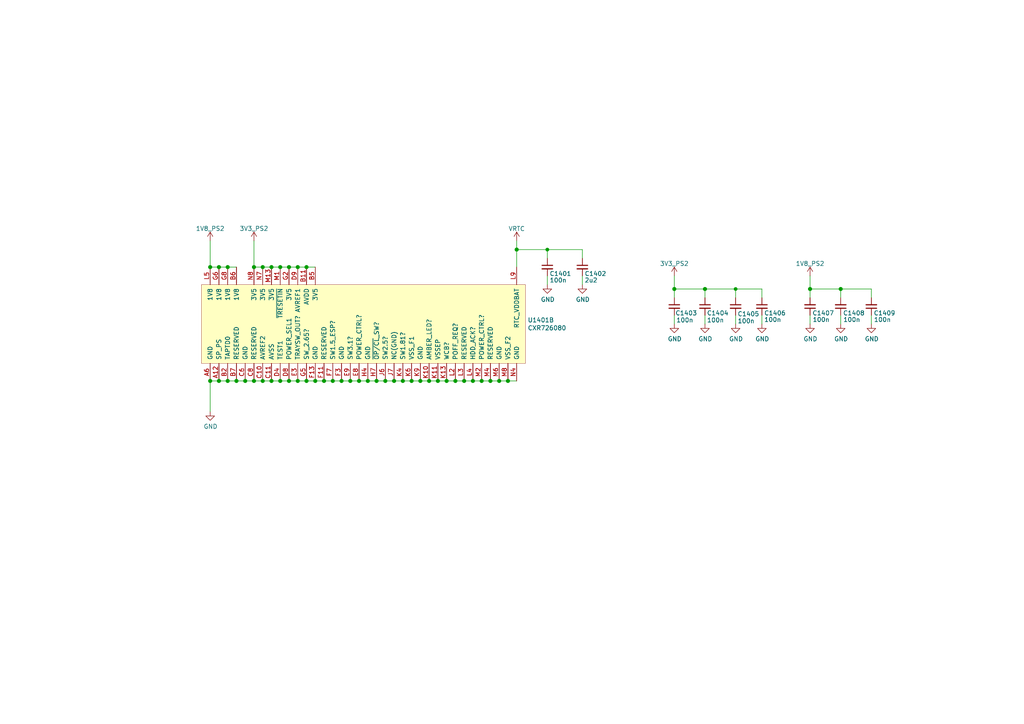
<source format=kicad_sch>
(kicad_sch (version 20230121) (generator eeschema)
  (paper "A4")
  (title_block (title "PS2 Mechacon Power") (rev "0.3") (comment 5 "-a project by Tschicki"))
  (lib_symbols
    (symbol "PS2:1V75" (power) (pin_names (offset 0))
      (property "Value" "1V8_PS2" (at 0 3.556 0))
      (symbol "1V75_0_1"
        (polyline (pts (xy -0.762 1.27) (xy 0 2.54)))
        (polyline (pts (xy 0 0) (xy 0 2.54)))
        (polyline (pts (xy 0 2.54) (xy 0.762 1.27)))
      )
      (symbol "1V75_1_1"
        (pin power_in line (at 0 0 90) (length 0) hide (name "1V8_PS2") (number "1"))
      )
    )
    (symbol "PS2:3V5" (power) (pin_names (offset 0))
      (property "Value" "3V3_PS2" (at 0 3.556 0))
      (symbol "3V5_0_1"
        (polyline (pts (xy -0.762 1.27) (xy 0 2.54)))
        (polyline (pts (xy 0 0) (xy 0 2.54)))
        (polyline (pts (xy 0 2.54) (xy 0.762 1.27)))
      )
      (symbol "3V5_1_1"
        (pin power_in line (at 0 0 90) (length 0) hide (name "3V3_PS2") (number "1"))
      )
    )
    (symbol "PS2:CXR726080" (pin_names (offset 1.016))
      (property "Reference" "U" (at 40.64 16.51 0))
      (property "Value" "CXR726080" (at 40.64 20.32 0))
      (symbol "CXR726080_1_0"
        (pin passive line (at 0 -33.02 0) (length 5.08) (name "MCA7") (number "A2"))
        (pin passive line (at 0 -38.1 0) (length 5.08) (name "MCA5") (number "A3"))
        (pin passive line (at 0 -43.18 0) (length 5.08) (name "MCA3") (number "A4"))
        (pin passive line (at 0 -48.26 0) (length 5.08) (name "MCA1") (number "A5"))
        (pin passive line (at 0 -5.08 0) (length 5.08) (name "~{MCRD}") (number "A7"))
        (pin passive line (at 0 -7.62 0) (length 5.08) (name "~{MCWR}") (number "A8"))
        (pin passive line (at 0 -35.56 0) (length 5.08) (name "MCA6") (number "B3"))
        (pin passive line (at 0 -40.64 0) (length 5.08) (name "MCA4") (number "B4"))
        (pin passive line (at 53.34 -43.18 180) (length 5.08) (name "IOPCLK_16.9MHz") (number "B9"))
        (pin passive line (at 0 -30.48 0) (length 5.08) (name "MCA8") (number "C4"))
        (pin passive line (at 0 -45.72 0) (length 5.08) (name "MCA2") (number "C5"))
        (pin passive line (at 0 -77.47 0) (length 5.08) (name "TEMPSENSE") (number "D13"))
        (pin passive line (at 53.34 -33.02 180) (length 5.08) (name "~{GA_CS}") (number "D2"))
        (pin passive line (at 0 -50.8 0) (length 5.08) (name "MCA0") (number "D6"))
        (pin passive line (at 0 -58.42 0) (length 5.08) (name "LIMIT_SW") (number "E10"))
        (pin passive line (at 53.34 -48.26 180) (length 5.08) (name "~{RST}") (number "E7"))
        (pin passive line (at 0 -2.54 0) (length 5.08) (name "~{CS_3098}") (number "F1"))
        (pin passive line (at 53.34 -2.54 180) (length 5.08) (name "PWR_3V5_EN") (number "F5"))
        (pin passive line (at 53.34 -50.8 180) (length 5.08) (name "~{EGRST}") (number "F6"))
        (pin passive line (at 53.34 -7.62 180) (length 5.08) (name "PWR_1V8_EN") (number "F8"))
        (pin passive line (at 53.34 -45.72 180) (length 5.08) (name "PWRUP_EE") (number "F9"))
        (pin passive line (at 0 -27.94 0) (length 5.08) (name "MCD0") (number "G1"))
        (pin passive line (at 0 -17.78 0) (length 5.08) (name "MCD4") (number "G4"))
        (pin passive line (at 0 -25.4 0) (length 5.08) (name "MCD1") (number "H1"))
        (pin passive line (at 0 -20.32 0) (length 5.08) (name "MCD3") (number "H2"))
        (pin no_connect line (at 53.34 -15.24 180) (length 5.08) (name "PWR_1V7_EN_UNUSED") (number "H5"))
        (pin passive line (at 53.34 -10.16 180) (length 5.08) (name "DSP_AVCC_EN") (number "H6"))
        (pin passive line (at 53.34 -12.7 180) (length 5.08) (name "PWR_8V5_EN") (number "H8"))
        (pin passive line (at 0 -22.86 0) (length 5.08) (name "MCD2") (number "J1"))
        (pin passive line (at 0 -10.16 0) (length 5.08) (name "MCD7") (number "J2"))
        (pin passive line (at 53.34 -38.1 180) (length 5.08) (name "~{SSRST}") (number "J3"))
        (pin passive line (at 53.34 -5.08 180) (length 5.08) (name "PWR_1V25_EN") (number "J5"))
        (pin passive line (at 0 -15.24 0) (length 5.08) (name "MCD5") (number "K1"))
        (pin passive line (at 0 0 0) (length 5.08) (name "~{INT_3098}") (number "K2"))
        (pin passive line (at 0 -101.6 0) (length 5.08) (name "~{RSTZ}") (number "K5"))
        (pin passive line (at 0 -12.7 0) (length 5.08) (name "MCD6") (number "L1"))
        (pin passive line (at 53.34 -40.64 180) (length 5.08) (name "TSGA_CLK") (number "L10"))
        (pin passive line (at 53.34 -35.56 180) (length 5.08) (name "GA_DATA") (number "L13"))
        (pin passive line (at 53.34 -104.14 180) (length 5.08) (name "OSCIN") (number "N10"))
        (pin passive line (at 53.34 0 180) (length 5.08) (name "~{PF_DET}") (number "N2"))
        (pin passive line (at 53.34 -88.9 180) (length 5.08) (name "XTAL") (number "N5"))
        (pin passive line (at 53.34 -91.44 180) (length 5.08) (name "EXTAL") (number "N6"))
        (pin passive line (at 53.34 -101.6 180) (length 5.08) (name "OSCOUT") (number "N9"))
      )
      (symbol "CXR726080_1_1"
        (rectangle (start 5.08 2.54) (end 48.26 -113.03) (stroke (width 0.001)) (fill (type background)))
      )
      (symbol "CXR726080_2_0"
        (pin passive line (at 2.54 -33.02 90) (length 5.08) (name "SP_PS") (number "A12"))
        (pin passive line (at 0 -33.02 90) (length 5.08) (name "GND") (number "A6"))
        (pin passive line (at 27.94 0 270) (length 5.08) (name "AVDD") (number "B11"))
        (pin passive line (at 5.08 -33.02 90) (length 5.08) (name "TAPTD0") (number "B2"))
        (pin passive line (at 30.48 0 270) (length 5.08) (name "3V5") (number "B5"))
        (pin passive line (at 7.62 0 270) (length 5.08) (name "1V8") (number "B6"))
        (pin passive line (at 7.62 -33.02 90) (length 5.08) (name "RESERVED") (number "B7"))
        (pin passive line (at 15.24 -33.02 90) (length 5.08) (name "AVREF2") (number "C10"))
        (pin passive line (at 17.78 -33.02 90) (length 5.08) (name "AVSS") (number "C11"))
        (pin passive line (at 10.16 -33.02 90) (length 5.08) (name "GND") (number "C6"))
        (pin passive line (at 12.7 -33.02 90) (length 5.08) (name "RESERVED") (number "C8"))
        (pin passive line (at 20.32 -33.02 90) (length 5.08) (name "TEST1") (number "D4"))
        (pin passive line (at 22.86 -33.02 90) (length 5.08) (name "POWER_SEL1") (number "D8"))
        (pin passive line (at 25.4 0 270) (length 5.08) (name "AVREF1") (number "D9"))
        (pin passive line (at 25.4 -33.02 90) (length 5.08) (name "TRAYSW_OUT?") (number "E3"))
        (pin passive line (at 43.18 -33.02 90) (length 5.08) (name "POWER_CTRL?") (number "E8"))
        (pin passive line (at 40.64 -33.02 90) (length 5.08) (name "SW3.1?") (number "E9"))
        (pin passive line (at 33.02 -33.02 90) (length 5.08) (name "RESERVED") (number "F11"))
        (pin passive line (at 30.48 -33.02 90) (length 5.08) (name "GND") (number "F13"))
        (pin passive line (at 38.1 -33.02 90) (length 5.08) (name "GND") (number "F3"))
        (pin passive line (at 35.56 -33.02 90) (length 5.08) (name "SW1.5_ESP?") (number "F7"))
        (pin passive line (at 22.86 0 270) (length 5.08) (name "3V5") (number "G2"))
        (pin passive line (at 27.94 -33.02 90) (length 5.08) (name "SW_2.65?") (number "G5"))
        (pin passive line (at 2.54 0 270) (length 5.08) (name "1V8") (number "G6"))
        (pin passive line (at 5.08 0 270) (length 5.08) (name "1V8") (number "G8"))
        (pin passive line (at 45.72 -33.02 90) (length 5.08) (name "GND") (number "H4"))
        (pin passive line (at 48.26 -33.02 90) (length 5.08) (name "~{OP/CL}_SW?") (number "H7"))
        (pin passive line (at 50.8 -33.02 90) (length 5.08) (name "SW2.5?") (number "J6"))
        (pin passive line (at 53.34 -33.02 90) (length 5.08) (name "NC(GND)") (number "J7"))
        (pin passive line (at 63.5 -33.02 90) (length 5.08) (name "AMBER_LED?") (number "K10"))
        (pin passive line (at 66.04 -33.02 90) (length 5.08) (name "VSSEP") (number "K11"))
        (pin passive line (at 68.58 -33.02 90) (length 5.08) (name "WCB?") (number "K13"))
        (pin passive line (at 55.88 -33.02 90) (length 5.08) (name "SW1.81?") (number "K4"))
        (pin passive line (at 58.42 -33.02 90) (length 5.08) (name "VSS_F1") (number "K6"))
        (pin passive line (at 60.96 -33.02 90) (length 5.08) (name "GND") (number "K9"))
        (pin passive line (at 71.12 -33.02 90) (length 5.08) (name "POFF_REQ?") (number "L2"))
        (pin passive line (at 73.66 -33.02 90) (length 5.08) (name "RESERVED") (number "L3"))
        (pin passive line (at 76.2 -33.02 90) (length 5.08) (name "HDD_ACK?") (number "L4"))
        (pin passive line (at 0 0 270) (length 5.08) (name "1V8") (number "L5"))
        (pin passive line (at 88.9 0 270) (length 5.08) (name "RTC_VDDBAT") (number "L9"))
        (pin passive line (at 20.32 0 270) (length 5.08) (name "~{TRESETIN}") (number "M1"))
        (pin passive line (at 17.78 0 270) (length 5.08) (name "3V5") (number "M13"))
        (pin passive line (at 78.74 -33.02 90) (length 5.08) (name "POWER_CTRL?") (number "M2"))
        (pin passive line (at 81.28 -33.02 90) (length 5.08) (name "RESERVED") (number "M4"))
        (pin passive line (at 83.82 -33.02 90) (length 5.08) (name "GND") (number "M6"))
        (pin passive line (at 86.36 -33.02 90) (length 5.08) (name "VSS_F2") (number "M8"))
        (pin passive line (at 88.9 -33.02 90) (length 5.08) (name "GND") (number "N4"))
        (pin passive line (at 15.24 0 270) (length 5.08) (name "3V5") (number "N7"))
        (pin passive line (at 12.7 0 270) (length 5.08) (name "3V5") (number "N8"))
      )
      (symbol "CXR726080_2_1"
        (rectangle (start -2.54 -5.08) (end 91.44 -27.94) (stroke (width 0.001)) (fill (type background)))
      )
      (symbol "CXR726080_3_0"
        (pin passive line (at 53.34 -10.16 180) (length 5.08) (name "FAN_PWM") (number "B1"))
        (pin passive line (at 53.34 -6.35 180) (length 5.08) (name "~{SIRCS}") (number "D7"))
        (pin passive line (at 0 0 0) (length 5.08) (name "PWR_SW") (number "G3"))
        (pin passive line (at 0 -3.81 0) (length 5.08) (name "RED_ON") (number "J9"))
        (pin passive line (at 0 -7.62 0) (length 5.08) (name "GREEN_ON") (number "L7"))
        (pin passive line (at 53.34 0 180) (length 5.08) (name "MC_~{PSMODE}") (number "L8"))
        (pin passive line (at 53.34 -3.81 180) (length 5.08) (name "PON_REQ") (number "M3"))
      )
      (symbol "CXR726080_3_1"
        (polyline (pts (xy 53.34 -3.81) (xy 53.34 -6.35)) (stroke (width 0.001)))
        (rectangle (start 5.08 2.54) (end 48.26 -13.97) (stroke (width 0.001)) (fill (type background)))
      )
      (symbol "CXR726080_4_0"
        (pin passive line (at 0 0 0) (length 5.08) (name "TP_(DEBUG)") (number "A10"))
        (pin no_connect line (at 53.34 -83.82 180) (length 5.08) (name "RESERVED") (number "A11"))
        (pin passive line (at 53.34 -33.02 180) (length 5.08) (name "EX_TXD") (number "A9"))
        (pin no_connect line (at 53.34 -45.72 180) (length 5.08) (name "POWER_SEL0") (number "B10"))
        (pin no_connect line (at 53.34 -58.42 180) (length 5.08) (name "TD_OFST") (number "B12"))
        (pin passive line (at 0 -22.86 0) (length 5.08) (name "TP_??") (number "B13"))
        (pin passive line (at 0 -20.32 0) (length 5.08) (name "TP_(DEBUG)") (number "B8"))
        (pin passive line (at 0 -2.54 0) (length 5.08) (name "TP_GA_BYPASS") (number "C1"))
        (pin passive line (at 53.34 0 180) (length 5.08) (name "MON_SLOW?") (number "C12"))
        (pin passive line (at 0 -25.4 0) (length 5.08) (name "TP_??") (number "C13"))
        (pin passive line (at 0 -5.08 0) (length 5.08) (name "TP_~{POFF_RDY}") (number "C2"))
        (pin passive line (at 0 -7.62 0) (length 5.08) (name "TP_RF_CNT") (number "C3"))
        (pin passive line (at 53.34 -35.56 180) (length 5.08) (name "EX_RXD") (number "C7"))
        (pin no_connect line (at 53.34 -40.64 180) (length 5.08) (name "SP_BR") (number "C9"))
        (pin passive line (at 53.34 -10.16 180) (length 5.08) (name "FCMP_L(DSP_61)") (number "D1"))
        (pin passive line (at 53.34 -38.1 180) (length 5.08) (name "TESTMODE") (number "D10"))
        (pin passive line (at 53.34 -2.54 180) (length 5.08) (name "MON_QUICK?") (number "D11"))
        (pin passive line (at 53.34 -7.62 180) (length 5.08) (name "SENS_CLK(DSP_55)") (number "D12"))
        (pin no_connect line (at 53.34 -88.9 180) (length 5.08) (name "NC") (number "D3"))
        (pin passive line (at 0 -10.16 0) (length 5.08) (name "TP_NC(MCA9?)") (number "D5"))
        (pin passive line (at 0 -45.72 0) (length 5.08) (name "TRAYSW_IN") (number "E1"))
        (pin no_connect line (at 53.34 -63.5 180) (length 5.08) (name "PHASE_SEL") (number "E11"))
        (pin passive line (at 0 -40.64 0) (length 5.08) (name "TP_??") (number "E12"))
        (pin passive line (at 53.34 -5.08 180) (length 5.08) (name "SENS(DSP54)") (number "E13"))
        (pin passive line (at 53.34 -12.7 180) (length 5.08) (name "FCMP_H(DSP_60)") (number "E2"))
        (pin no_connect line (at 53.34 -43.18 180) (length 5.08) (name "TRAY_CNT") (number "E4"))
        (pin no_connect line (at 53.34 -86.36 180) (length 5.08) (name "TEST2") (number "E5"))
        (pin no_connect line (at 53.34 -60.96 180) (length 5.08) (name "SW2.5_DDR") (number "E6"))
        (pin passive line (at 53.34 -20.32 180) (length 5.08) (name "GFS(DSP_49)") (number "F10"))
        (pin passive line (at 53.34 -22.86 180) (length 5.08) (name "(FOK))DSP_25") (number "F12"))
        (pin passive line (at 0 -15.24 0) (length 5.08) (name "TP_(DEBUG)") (number "F2"))
        (pin passive line (at 0 -12.7 0) (length 5.08) (name "TP_(DEBUG))") (number "F4"))
        (pin no_connect line (at 53.34 -68.58 180) (length 5.08) (name "NC") (number "G10"))
        (pin no_connect line (at 53.34 -71.12 180) (length 5.08) (name "NC") (number "G11"))
        (pin passive line (at 0 -27.94 0) (length 5.08) (name "TP_NTRST") (number "G12"))
        (pin passive line (at 0 -30.48 0) (length 5.08) (name "TP_TDI") (number "G13"))
        (pin no_connect line (at 53.34 -66.04 180) (length 5.08) (name "TEST(TD0)") (number "G9"))
        (pin no_connect line (at 53.34 -76.2 180) (length 5.08) (name "NC") (number "H10"))
        (pin passive line (at 0 -33.02 0) (length 5.08) (name "TP_TMS") (number "H11"))
        (pin passive line (at 0 -35.56 0) (length 5.08) (name "TP_TDO") (number "H12"))
        (pin passive line (at 0 -38.1 0) (length 5.08) (name "TP_TCK") (number "H13"))
        (pin passive line (at 53.34 -17.78 180) (length 5.08) (name "SQSO(DSP_47)") (number "H3"))
        (pin no_connect line (at 53.34 -73.66 180) (length 5.08) (name "TEST(SCAN_0)") (number "H9"))
        (pin no_connect line (at 53.34 -78.74 180) (length 5.08) (name "NC") (number "J10"))
        (pin no_connect line (at 53.34 -81.28 180) (length 5.08) (name "32KOUT") (number "J11"))
        (pin passive line (at 0 -63.5 0) (length 5.08) (name "RBB") (number "J12"))
        (pin passive line (at 0 -60.96 0) (length 5.08) (name "EEP_RDY") (number "J13"))
        (pin passive line (at 0 -17.78 0) (length 5.08) (name "PDTCT_SEL") (number "J4"))
        (pin no_connect line (at 53.34 -25.4 180) (length 5.08) (name "DISC_DET") (number "J8"))
        (pin passive line (at 0 -71.12 0) (length 5.08) (name "DO") (number "K12"))
        (pin no_connect line (at 53.34 -27.94 180) (length 5.08) (name "HFG") (number "K3"))
        (pin no_connect line (at 53.34 -48.26 180) (length 5.08) (name "STEP_+A") (number "K7"))
        (pin no_connect line (at 53.34 -50.8 180) (length 5.08) (name "STEP_+B") (number "K8"))
        (pin passive line (at 0 -78.74 0) (length 5.08) (name "DI") (number "L11"))
        (pin passive line (at 0 -68.58 0) (length 5.08) (name "EEP_SI") (number "L12"))
        (pin no_connect line (at 53.34 -53.34 180) (length 5.08) (name "STEP_-A") (number "L6"))
        (pin passive line (at 0 -53.34 0) (length 5.08) (name "EEP_CS") (number "M10"))
        (pin passive line (at 0 -55.88 0) (length 5.08) (name "CSB") (number "M11"))
        (pin passive line (at 0 -76.2 0) (length 5.08) (name "EEP_SO") (number "M12"))
        (pin no_connect line (at 53.34 -30.48 180) (length 5.08) (name "OPMOD_SEL") (number "M5"))
        (pin no_connect line (at 53.34 -55.88 180) (length 5.08) (name "STEP_-B") (number "M7"))
        (pin passive line (at 0 -43.18 0) (length 5.08) (name "TP_TS_CS") (number "M9"))
        (pin passive line (at 0 -83.82 0) (length 5.08) (name "EEP_SCK") (number "N11"))
        (pin passive line (at 0 -86.36 0) (length 5.08) (name "SKB") (number "N12"))
        (pin passive line (at 53.34 -15.24 180) (length 5.08) (name "SQCK(DSP_48)") (number "N3"))
      )
      (symbol "CXR726080_4_1"
        (polyline (pts (xy 0 -83.82) (xy 0 -86.36)) (stroke (width 0.001)))
        (polyline (pts (xy 0 -76.2) (xy 0 -78.74)) (stroke (width 0.001)))
        (polyline (pts (xy 0 -68.58) (xy 0 -71.12)) (stroke (width 0.001)))
        (polyline (pts (xy 0 -60.96) (xy 0 -63.5)) (stroke (width 0.001)))
        (polyline (pts (xy 0 -55.88) (xy 0 -53.34)) (stroke (width 0.001)))
        (rectangle (start 5.08 2.54) (end 48.26 -91.44) (stroke (width 0.0005)) (fill (type background)))
      )
    )
    (symbol "PS2:VRTC" (power) (pin_names (offset 0))
      (property "Value" "VRTC" (at 0 3.556 0))
      (symbol "VRTC_0_1"
        (polyline (pts (xy -0.762 1.27) (xy 0 2.54)))
        (polyline (pts (xy 0 0) (xy 0 2.54)))
        (polyline (pts (xy 0 2.54) (xy 0.762 1.27)))
      )
      (symbol "VRTC_1_1"
        (pin power_in line (at 0 0 90) (length 0) hide (name "VRTC") (number "1"))
      )
    )
    (symbol "PS2_Capacitors:C_100n_0402" (pin_numbers hide) (pin_names (offset 0.254) hide)
      (property "Reference" "C" (at 0.254 1.778 0))
      (property "Value" "100n" (at 0.254 -2.032 0))
      (symbol "C_100n_0402_0_1"
        (polyline (pts (xy -1.524 -0.508) (xy 1.524 -0.508)) (stroke (width 0.3302)))
        (polyline (pts (xy -1.524 0.508) (xy 1.524 0.508)) (stroke (width 0.3048)))
      )
      (symbol "C_100n_0402_1_1"
        (pin passive line (at 0 2.54 270) (length 2.032) (name "~") (number "1"))
        (pin passive line (at 0 -2.54 90) (length 2.032) (name "~") (number "2"))
      )
    )
    (symbol "PS2_Capacitors:C_2u2_0805" (pin_numbers hide) (pin_names (offset 0.254) hide)
      (property "Reference" "C" (at 0.254 1.778 0))
      (property "Value" "2u2" (at 0.254 -2.032 0))
      (symbol "C_2u2_0805_0_1"
        (polyline (pts (xy -1.524 -0.508) (xy 1.524 -0.508)) (stroke (width 0.3302)))
        (polyline (pts (xy -1.524 0.508) (xy 1.524 0.508)) (stroke (width 0.3048)))
      )
      (symbol "C_2u2_0805_1_1"
        (pin passive line (at 0 2.54 270) (length 2.032) (name "~") (number "1"))
        (pin passive line (at 0 -2.54 90) (length 2.032) (name "~") (number "2"))
      )
    )
    (symbol "power:GND" (power) (pin_names (offset 0))
      (property "Value" "GND" (at 0 -3.81 0))
      (symbol "GND_0_1"
        (polyline (pts (xy 0 0) (xy 0 -1.27) (xy 1.27 -1.27) (xy 0 -2.54) (xy -1.27 -1.27) (xy 0 -1.27)))
      )
      (symbol "GND_1_1"
        (pin power_in line (at 0 0 270) (length 0) hide (name "GND") (number "1"))
      )
    )
  )
  (junction (at 86.36 110.49) (diameter 1.016))
  (junction (at 86.36 77.47) (diameter 1.016))
  (junction (at 88.9 110.49) (diameter 1.016))
  (junction (at 71.12 110.49) (diameter 1.016))
  (junction (at 66.04 110.49) (diameter 1.016))
  (junction (at 142.24 110.49) (diameter 1.016))
  (junction (at 234.95 83.82) (diameter 1.016))
  (junction (at 101.6 110.49) (diameter 1.016))
  (junction (at 68.58 110.49) (diameter 1.016))
  (junction (at 104.14 110.49) (diameter 1.016))
  (junction (at 73.66 77.47) (diameter 1.016))
  (junction (at 78.74 77.47) (diameter 1.016))
  (junction (at 60.96 110.49) (diameter 1.016))
  (junction (at 99.06 110.49) (diameter 1.016))
  (junction (at 124.46 110.49) (diameter 1.016))
  (junction (at 119.38 110.49) (diameter 1.016))
  (junction (at 204.47 83.82) (diameter 1.016))
  (junction (at 76.2 110.49) (diameter 1.016))
  (junction (at 83.82 77.47) (diameter 1.016))
  (junction (at 111.76 110.49) (diameter 1.016))
  (junction (at 132.08 110.49) (diameter 1.016))
  (junction (at 93.98 110.49) (diameter 1.016))
  (junction (at 60.96 77.47) (diameter 1.016))
  (junction (at 121.92 110.49) (diameter 1.016))
  (junction (at 116.84 110.49) (diameter 1.016))
  (junction (at 213.36 83.82))
  (junction (at 73.66 110.49) (diameter 1.016))
  (junction (at 134.62 110.49) (diameter 1.016))
  (junction (at 83.82 110.49) (diameter 1.016))
  (junction (at 147.32 110.49) (diameter 1.016))
  (junction (at 149.86 72.39) (diameter 1.016))
  (junction (at 66.04 77.47) (diameter 1.016))
  (junction (at 96.52 110.49) (diameter 1.016))
  (junction (at 78.74 110.49) (diameter 1.016))
  (junction (at 63.5 77.47) (diameter 1.016))
  (junction (at 76.2 77.47) (diameter 1.016))
  (junction (at 144.78 110.49) (diameter 1.016))
  (junction (at 88.9 77.47) (diameter 1.016))
  (junction (at 127 110.49) (diameter 1.016))
  (junction (at 81.28 110.49) (diameter 1.016))
  (junction (at 129.54 110.49) (diameter 1.016))
  (junction (at 158.75 72.39))
  (junction (at 91.44 110.49) (diameter 1.016))
  (junction (at 114.3 110.49) (diameter 1.016))
  (junction (at 195.58 83.82) (diameter 1.016))
  (junction (at 81.28 77.47) (diameter 1.016))
  (junction (at 137.16 110.49) (diameter 1.016))
  (junction (at 106.68 110.49) (diameter 1.016))
  (junction (at 109.22 110.49) (diameter 1.016))
  (junction (at 139.7 110.49) (diameter 1.016))
  (junction (at 63.5 110.49) (diameter 1.016))
  (junction (at 243.84 83.82) (diameter 1.016))
  (wire (pts (xy 158.75 72.39) (xy 168.91 72.39)))
  (wire (pts (xy 129.54 110.49) (xy 132.08 110.49)))
  (wire (pts (xy 111.76 110.49) (xy 114.3 110.49)))
  (wire (pts (xy 81.28 77.47) (xy 83.82 77.47)))
  (wire (pts (xy 195.58 80.01) (xy 195.58 83.82)))
  (wire (pts (xy 73.66 69.85) (xy 73.66 77.47)))
  (wire (pts (xy 63.5 77.47) (xy 60.96 77.47)))
  (wire (pts (xy 73.66 110.49) (xy 76.2 110.49)))
  (wire (pts (xy 119.38 110.49) (xy 121.92 110.49)))
  (wire (pts (xy 78.74 77.47) (xy 81.28 77.47)))
  (wire (pts (xy 66.04 77.47) (xy 63.5 77.47)))
  (wire (pts (xy 168.91 80.01) (xy 168.91 82.55)))
  (wire (pts (xy 104.14 110.49) (xy 106.68 110.49)))
  (wire (pts (xy 71.12 110.49) (xy 73.66 110.49)))
  (wire (pts (xy 76.2 77.47) (xy 78.74 77.47)))
  (wire (pts (xy 91.44 110.49) (xy 93.98 110.49)))
  (wire (pts (xy 86.36 77.47) (xy 88.9 77.47)))
  (wire (pts (xy 243.84 83.82) (xy 243.84 86.36)))
  (wire (pts (xy 204.47 83.82) (xy 213.36 83.82)))
  (wire (pts (xy 149.86 72.39) (xy 149.86 77.47)))
  (wire (pts (xy 73.66 77.47) (xy 76.2 77.47)))
  (wire (pts (xy 88.9 110.49) (xy 91.44 110.49)))
  (wire (pts (xy 158.75 80.01) (xy 158.75 82.55)))
  (wire (pts (xy 213.36 83.82) (xy 213.36 86.36)))
  (wire (pts (xy 234.95 91.44) (xy 234.95 93.98)))
  (wire (pts (xy 106.68 110.49) (xy 109.22 110.49)))
  (wire (pts (xy 234.95 83.82) (xy 234.95 86.36)))
  (wire (pts (xy 234.95 83.82) (xy 243.84 83.82)))
  (wire (pts (xy 86.36 110.49) (xy 88.9 110.49)))
  (wire (pts (xy 204.47 83.82) (xy 204.47 86.36)))
  (wire (pts (xy 63.5 110.49) (xy 66.04 110.49)))
  (wire (pts (xy 234.95 80.01) (xy 234.95 83.82)))
  (wire (pts (xy 124.46 110.49) (xy 127 110.49)))
  (wire (pts (xy 60.96 69.85) (xy 60.96 77.47)))
  (wire (pts (xy 68.58 77.47) (xy 66.04 77.47)))
  (wire (pts (xy 158.75 72.39) (xy 158.75 74.93)))
  (wire (pts (xy 134.62 110.49) (xy 137.16 110.49)))
  (wire (pts (xy 96.52 110.49) (xy 99.06 110.49)))
  (wire (pts (xy 132.08 110.49) (xy 134.62 110.49)))
  (wire (pts (xy 114.3 110.49) (xy 116.84 110.49)))
  (wire (pts (xy 127 110.49) (xy 129.54 110.49)))
  (wire (pts (xy 220.98 86.36) (xy 220.98 83.82)))
  (wire (pts (xy 60.96 110.49) (xy 63.5 110.49)))
  (wire (pts (xy 213.36 91.44) (xy 213.36 93.98)))
  (wire (pts (xy 204.47 91.44) (xy 204.47 93.98)))
  (wire (pts (xy 88.9 77.47) (xy 91.44 77.47)))
  (wire (pts (xy 149.86 69.85) (xy 149.86 72.39)))
  (wire (pts (xy 195.58 83.82) (xy 195.58 86.36)))
  (wire (pts (xy 76.2 110.49) (xy 78.74 110.49)))
  (wire (pts (xy 147.32 110.49) (xy 149.86 110.49)))
  (wire (pts (xy 252.73 83.82) (xy 252.73 86.36)))
  (wire (pts (xy 168.91 72.39) (xy 168.91 74.93)))
  (wire (pts (xy 195.58 83.82) (xy 204.47 83.82)))
  (wire (pts (xy 78.74 110.49) (xy 81.28 110.49)))
  (wire (pts (xy 142.24 110.49) (xy 144.78 110.49)))
  (wire (pts (xy 99.06 110.49) (xy 101.6 110.49)))
  (wire (pts (xy 243.84 91.44) (xy 243.84 93.98)))
  (wire (pts (xy 68.58 110.49) (xy 71.12 110.49)))
  (wire (pts (xy 137.16 110.49) (xy 139.7 110.49)))
  (wire (pts (xy 116.84 110.49) (xy 119.38 110.49)))
  (wire (pts (xy 66.04 110.49) (xy 68.58 110.49)))
  (wire (pts (xy 109.22 110.49) (xy 111.76 110.49)))
  (wire (pts (xy 93.98 110.49) (xy 96.52 110.49)))
  (wire (pts (xy 139.7 110.49) (xy 142.24 110.49)))
  (wire (pts (xy 81.28 110.49) (xy 83.82 110.49)))
  (wire (pts (xy 213.36 83.82) (xy 220.98 83.82)))
  (wire (pts (xy 101.6 110.49) (xy 104.14 110.49)))
  (wire (pts (xy 83.82 110.49) (xy 86.36 110.49)))
  (wire (pts (xy 144.78 110.49) (xy 147.32 110.49)))
  (wire (pts (xy 252.73 91.44) (xy 252.73 93.98)))
  (wire (pts (xy 83.82 77.47) (xy 86.36 77.47)))
  (wire (pts (xy 220.98 93.98) (xy 220.98 91.44)))
  (wire (pts (xy 60.96 110.49) (xy 60.96 119.38)))
  (wire (pts (xy 243.84 83.82) (xy 252.73 83.82)))
  (wire (pts (xy 121.92 110.49) (xy 124.46 110.49)))
  (wire (pts (xy 149.86 72.39) (xy 158.75 72.39)))
  (wire (pts (xy 195.58 91.44) (xy 195.58 93.98)))
  (symbol (lib_id "PS2_Capacitors:C_100n_0402") (at 204.47 88.9 0) (unit 1)
    (property "Reference" "C1404" (at 205.0162 90.7986 0) (effects (justify left)))
    (property "Value" "100n" (at 205.0162 92.8433 0) (effects (justify left)))
    (property "Footprint" "PS2:C_0402_1005Metric" (effects hide))
    (property "Datasheet" "https://www.mouser.at/datasheet/2/447/UPY_NP0X5R_01005_4V_to_25V_V10-3003057.pdf" (effects hide))
    (property "Part Number" "CC0402KRX7R7BB104" (effects hide))
  )
  (symbol (lib_id "PS2:VRTC") (at 149.86 69.85 0) (unit 1)
    (property "Reference" "#PWR01404" (effects hide))
    (property "Value" "VRTC" (at 149.86 66.3481 0))
  )
  (symbol (lib_id "PS2:1V75") (at 234.95 80.01 0) (unit 1)
    (property "Reference" "#PWR01412" (effects hide))
    (property "Value" "1V8_PS2" (at 234.95 76.454 0))
  )
  (symbol (lib_id "PS2_Capacitors:C_100n_0402") (at 195.58 88.9 0) (unit 1)
    (property "Reference" "C1403" (at 195.8722 90.7986 0) (effects (justify left)))
    (property "Value" "100n" (at 196.1262 92.8433 0) (effects (justify left)))
    (property "Footprint" "PS2:C_0402_1005Metric" (effects hide))
    (property "Datasheet" "https://www.mouser.at/datasheet/2/447/UPY_NP0X5R_01005_4V_to_25V_V10-3003057.pdf" (effects hide))
    (property "Part Number" "CC0402KRX7R7BB104" (effects hide))
  )
  (symbol (lib_id "power:GND") (at 234.95 93.98 0) (unit 1)
    (property "Reference" "#PWR01413" (effects hide))
    (property "Value" "GND" (at 235.0643 98.3044 0))
  )
  (symbol (lib_id "PS2:3V5") (at 195.58 80.01 0) (unit 1)
    (property "Reference" "#PWR01407" (effects hide))
    (property "Value" "3V3_PS2" (at 195.58 76.454 0))
  )
  (symbol (lib_id "PS2_Capacitors:C_2u2_0805") (at 168.91 77.47 0) (unit 1)
    (property "Reference" "C1402" (at 169.545 79.375 0) (effects (justify left)))
    (property "Value" "2u2" (at 169.545 81.28 0) (effects (justify left)))
    (property "Footprint" "PS2:C_0805_2012Metric" (effects hide))
    (property "Datasheet" "https://www.mouser.at/datasheet/2/281/1/GRM21BR71E225KE11_01A-1986986.pdf" (effects hide))
    (property "Part Number" "GRM21BR71E225KE11L" (effects hide))
  )
  (symbol (lib_id "power:GND") (at 213.36 93.98 0) (unit 1)
    (property "Reference" "#PWR01410" (effects hide))
    (property "Value" "GND" (at 213.4743 98.3044 0))
  )
  (symbol (lib_id "power:GND") (at 168.91 82.55 0) (unit 1)
    (property "Reference" "#PWR01406" (effects hide))
    (property "Value" "GND" (at 169.0243 86.8744 0))
  )
  (symbol (lib_id "power:GND") (at 195.58 93.98 0) (unit 1)
    (property "Reference" "#PWR01408" (effects hide))
    (property "Value" "GND" (at 195.6943 98.3044 0))
  )
  (symbol (lib_id "PS2_Capacitors:C_100n_0402") (at 243.84 88.9 180) (unit 1)
    (property "Reference" "C1408" (at 250.825 90.805 0) (effects (justify left)))
    (property "Value" "100n" (at 249.555 92.71 0) (effects (justify left)))
    (property "Footprint" "PS2:C_0402_1005Metric" (effects hide))
    (property "Datasheet" "https://www.mouser.at/datasheet/2/447/UPY_NP0X5R_01005_4V_to_25V_V10-3003057.pdf" (effects hide))
    (property "Part Number" "CC0402KRX7R7BB104" (effects hide))
  )
  (symbol (lib_id "PS2_Capacitors:C_100n_0402") (at 213.36 88.9 0) (unit 1)
    (property "Reference" "C1405" (at 213.9062 91.0526 0) (effects (justify left)))
    (property "Value" "100n" (at 213.9062 93.0973 0) (effects (justify left)))
    (property "Footprint" "PS2:C_0402_1005Metric" (effects hide))
    (property "Datasheet" "https://www.mouser.at/datasheet/2/447/UPY_NP0X5R_01005_4V_to_25V_V10-3003057.pdf" (effects hide))
    (property "Part Number" "CC0402KRX7R7BB104" (effects hide))
  )
  (symbol (lib_id "power:GND") (at 252.73 93.98 0) (unit 1)
    (property "Reference" "#PWR01415" (effects hide))
    (property "Value" "GND" (at 252.8443 98.3044 0))
  )
  (symbol (lib_id "PS2_Capacitors:C_100n_0402") (at 252.73 88.9 180) (unit 1)
    (property "Reference" "C1409" (at 259.715 90.805 0) (effects (justify left)))
    (property "Value" "100n" (at 258.445 92.71 0) (effects (justify left)))
    (property "Footprint" "PS2:C_0402_1005Metric" (effects hide))
    (property "Datasheet" "https://www.mouser.at/datasheet/2/447/UPY_NP0X5R_01005_4V_to_25V_V10-3003057.pdf" (effects hide))
    (property "Part Number" "CC0402KRX7R7BB104" (effects hide))
  )
  (symbol (lib_id "PS2:3V5") (at 73.66 69.85 0) (unit 1)
    (property "Reference" "#PWR01403" (effects hide))
    (property "Value" "3V3_PS2" (at 73.66 66.294 0))
  )
  (symbol (lib_id "PS2_Capacitors:C_100n_0402") (at 220.98 88.9 0) (unit 1)
    (property "Reference" "C1406" (at 221.615 90.805 0) (effects (justify left)))
    (property "Value" "100n" (at 221.615 92.71 0) (effects (justify left)))
    (property "Footprint" "PS2:C_0402_1005Metric" (effects hide))
    (property "Datasheet" "https://www.mouser.at/datasheet/2/447/UPY_NP0X5R_01005_4V_to_25V_V10-3003057.pdf" (effects hide))
    (property "Part Number" "CC0402KRX7R7BB104" (effects hide))
  )
  (symbol (lib_id "PS2_Capacitors:C_100n_0402") (at 158.75 77.47 0) (unit 1)
    (property "Reference" "C1401" (at 159.385 79.375 0) (effects (justify left)))
    (property "Value" "100n" (at 159.385 81.28 0) (effects (justify left)))
    (property "Footprint" "PS2:C_0402_1005Metric" (effects hide))
    (property "Datasheet" "https://www.mouser.at/datasheet/2/447/UPY_NP0X5R_01005_4V_to_25V_V10-3003057.pdf" (effects hide))
    (property "Part Number" "CC0402KRX7R7BB104" (effects hide))
  )
  (symbol (lib_id "power:GND") (at 204.47 93.98 0) (unit 1)
    (property "Reference" "#PWR01409" (effects hide))
    (property "Value" "GND" (at 204.5843 98.3044 0))
  )
  (symbol (lib_id "PS2:1V75") (at 60.96 69.85 0) (unit 1)
    (property "Reference" "#PWR01401" (effects hide))
    (property "Value" "1V8_PS2" (at 60.96 66.294 0))
  )
  (symbol (lib_id "PS2_Capacitors:C_100n_0402") (at 234.95 88.9 180) (unit 1)
    (property "Reference" "C1407" (at 241.935 90.805 0) (effects (justify left)))
    (property "Value" "100n" (at 240.665 92.71 0) (effects (justify left)))
    (property "Footprint" "PS2:C_0402_1005Metric" (effects hide))
    (property "Datasheet" "https://www.mouser.at/datasheet/2/447/UPY_NP0X5R_01005_4V_to_25V_V10-3003057.pdf" (effects hide))
    (property "Part Number" "CC0402KRX7R7BB104" (effects hide))
  )
  (symbol (lib_id "PS2:CXR726080") (at 60.96 77.47 0) (unit 2)
    (property "Reference" "U1401" (at 153.0356 92.8306 0) (effects (justify left)))
    (property "Value" "CXR726080" (at 153.0356 95.1293 0) (effects (justify left)))
    (property "Footprint" "PS2:BGA-169_14.0x14.0mm_Layout13x13_P1.0mm" (effects hide))
    (property "Part Number" "get from PS2 79k/90k" (effects hide))
  )
  (symbol (lib_id "power:GND") (at 158.75 82.55 0) (unit 1)
    (property "Reference" "#PWR01405" (effects hide))
    (property "Value" "GND" (at 158.8643 86.8744 0))
  )
  (symbol (lib_id "power:GND") (at 60.96 119.38 0) (unit 1)
    (property "Reference" "#PWR01402" (effects hide))
    (property "Value" "GND" (at 61.0743 123.7044 0))
  )
  (symbol (lib_id "power:GND") (at 243.84 93.98 0) (unit 1)
    (property "Reference" "#PWR01414" (effects hide))
    (property "Value" "GND" (at 243.9543 98.3044 0))
  )
  (symbol (lib_id "power:GND") (at 220.98 93.98 0) (unit 1)
    (property "Reference" "#PWR01411" (effects hide))
    (property "Value" "GND" (at 221.0943 98.3044 0))
  )
)
</source>
